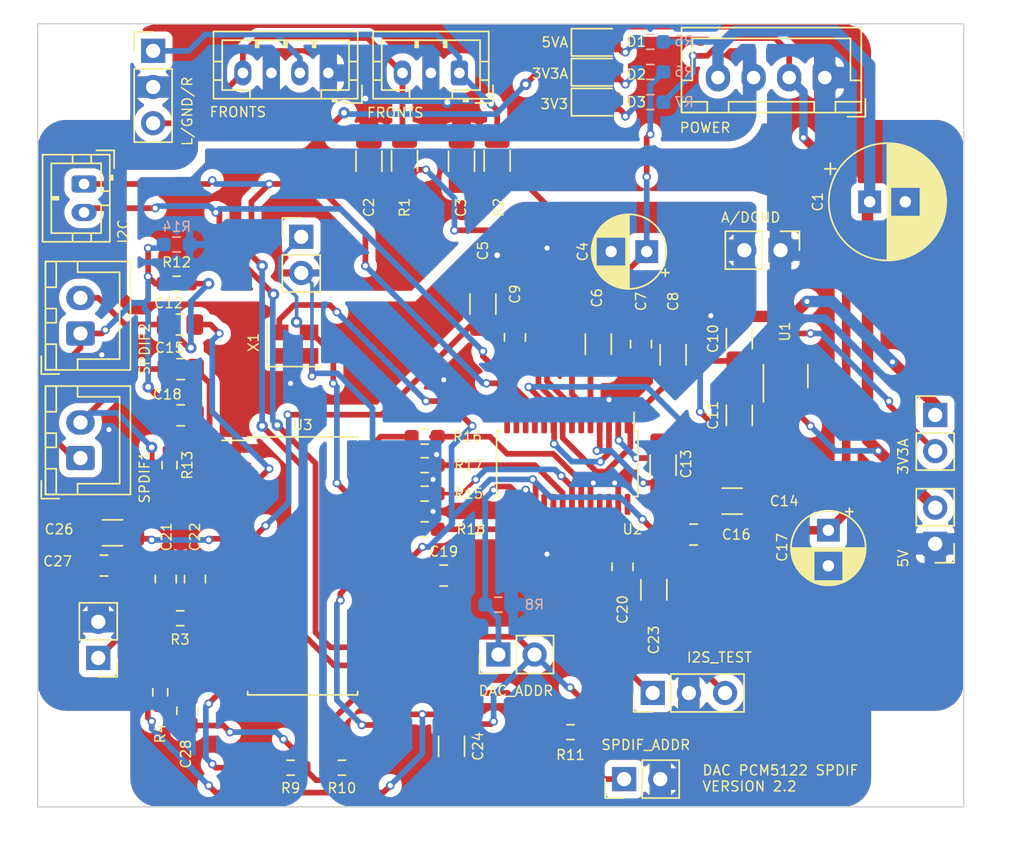
<source format=kicad_pcb>
(kicad_pcb (version 20221018) (generator pcbnew)
  (layers (0 "F.Cu" signal) (31 "B.Cu" signal) (34 "B.Paste" user) (35 "F.Paste" user) (36 "B.SilkS" user "B.Silkscreen") (37 "F.SilkS" user "F.Silkscreen") (38 "B.Mask" user) (39 "F.Mask" user) (44 "Edge.Cuts" user))
  (net 0 "")
  (net 1 "3V3")
  (net 2 "AGND")
  (net 3 "VOUT1")
  (net 4 "LEFT_FRONT")
  (net 5 "VOUT2")
  (net 6 "RIGHT_FRONT")
  (net 7 "Net-(D1-A)")
  (net 8 "Net-(D2-A)")
  (net 9 "GND")
  (net 10 "Net-(U2-VNEG)")
  (net 11 "5V")
  (net 12 "I2S_DATA")
  (net 13 "I2S_BCLK")
  (net 14 "I2S_LRCLK")
  (net 15 "3V3A")
  (net 16 "I2S_SCLK")
  (net 17 "Net-(U2-CAPP)")
  (net 18 "Net-(U2-CAPM)")
  (net 19 "Net-(U2-LDOO)")
  (net 20 "Net-(D3-A)")
  (net 25 "SCL")
  (net 26 "SDA")
  (net 28 "I2C_ADDR")
  (net 29 "Net-(U3-~{RESET})")
  (net 31 "SPDIF_P1")
  (net 32 "SPDIF_P2")
  (net 33 "Net-(U3-RXN)")
  (net 34 "Net-(U3-RXP0)")
  (net 35 "Net-(U3-RXP1)")
  (net 36 "FILT")
  (net 37 "Net-(C21-Pad1)")
  (net 38 "Net-(U3-AD0{slash}~{CS}{slash}NV{slash}RERR)")
  (net 39 "Net-(U3-AD1{slash}CDIN{slash}~{AUDIO})")
  (net 40 "Net-(J11-Pin_1)")
  (net 41 "OMCK")
  (net 43 "GPO0")
  (net 44 "FGND")
  (net 45 "Net-(U3-SDOUT)")
  (net 46 "Net-(U3-OLRCK)")
  (net 47 "Net-(U3-OSCLK)")
  (net 48 "Net-(U3-RMCK)")
  (footprint "LED_SMD:LED_0805_2012Metric_Pad1.15x1.40mm_HandSolder" (layer "F.Cu") (at 77.125 27.9)
    (fp_text reference "D2")
    (fp_text value "YELLOW")
  )
  (footprint "Capacitor_SMD:C_0805_2012Metric_Pad1.18x1.45mm_HandSolder" (layer "F.Cu") (at 47.8375 48.75)
    (fp_text reference "C15")
    (fp_text value "0.01u")
  )
  (footprint "Capacitor_SMD:C_1206_3216Metric_Pad1.33x1.80mm_HandSolder" (layer "F.Cu") (at 81.7 55.5 90)
    (fp_text reference "C13")
    (fp_text value "2.2u")
  )
  (footprint "Resistor_SMD:R_1206_3216Metric_Pad1.30x1.75mm_HandSolder" (layer "F.Cu") (at 70.05 34.12 -90)
    (fp_text reference "R2")
    (fp_text value "470R")
  )
  (footprint "LED_SMD:LED_0805_2012Metric_Pad1.15x1.40mm_HandSolder" (layer "F.Cu") (at 77.125 25.8)
    (fp_text reference "D1")
    (fp_text value "BLUE")
  )
  (footprint "Capacitor_SMD:C_1206_3216Metric_Pad1.33x1.80mm_HandSolder" (layer "F.Cu") (at 81.05 64.25 -90)
    (fp_text reference "C23")
    (fp_text value "10u")
  )
  (footprint "Capacitor_SMD:C_1206_3216Metric_Pad1.33x1.80mm_HandSolder" (layer "F.Cu") (at 86.55 58.025)
    (fp_text reference "C14")
    (fp_text value "10u")
  )
  (footprint "Capacitor_SMD:C_0805_2012Metric_Pad1.18x1.45mm_HandSolder" (layer "F.Cu") (at 71.3 46.525 90)
    (fp_text reference "C9")
    (fp_text value "0.1u")
  )
  (footprint "Capacitor_SMD:C_1206_3216Metric_Pad1.33x1.80mm_HandSolder" (layer "F.Cu") (at 87.05 52 -90)
    (fp_text reference "C11")
    (fp_text value "1u")
  )
  (footprint "Resistor_SMD:R_0603_1608Metric_Pad0.98x0.95mm_HandSolder" (layer "F.Cu") (at 64.9625 53.5)
    (fp_text reference "R16")
    (fp_text value "22R")
  )
  (footprint "Connector_PinHeader_2.54mm:PinHeader_1x03_P2.54mm_Vertical" (layer "F.Cu") (at 80.97 71.5 90)
    (fp_text reference "J13" hide)
    (fp_text value "Conn_01x03_Pin")
  )
  (footprint "Package_SO:TSSOP-28_4.4x9.7mm_P0.65mm" (layer "F.Cu") (at 74.975 55.3875 -90)
    (fp_text reference "U2")
    (fp_text value "PCM5122PW")
  )
  (footprint "Connector_PinHeader_2.54mm:PinHeader_1x02_P2.54mm_Vertical" (layer "F.Cu") (at 56.3 39.46)
    (fp_text reference "J14" hide)
    (fp_text value "Conn_01x02_Pin")
  )
  (footprint "Capacitor_SMD:C_1206_3216Metric_Pad1.33x1.80mm_HandSolder" (layer "F.Cu") (at 67.55 34.15 -90)
    (fp_text reference "C3")
    (fp_text value "2.2n")
  )
  (footprint "Resistor_SMD:R_0603_1608Metric_Pad0.98x0.95mm_HandSolder" (layer "F.Cu") (at 46.4 71.45 90)
    (fp_text reference "R4")
    (fp_text value "100k")
  )
  (footprint "Resistor_SMD:R_0603_1608Metric_Pad0.98x0.95mm_HandSolder" (layer "F.Cu") (at 59.15 76.75 180)
    (fp_text reference "R10")
    (fp_text value "4.7K")
  )
  (footprint "Connector_JST:JST_PH_B3B-PH-K_1x03_P2.00mm_Vertical" (layer "F.Cu") (at 67.4 27.95 180)
    (fp_text reference "J2" hide)
    (fp_text value "Conn_01x03_Pin")
  )
  (footprint "Resistor_SMD:R_0603_1608Metric_Pad0.98x0.95mm_HandSolder" (layer "F.Cu") (at 55.55 76.75 180)
    (fp_text reference "R9")
    (fp_text value "4.7K")
  )
  (footprint "Resistor_SMD:R_1206_3216Metric_Pad1.30x1.75mm_HandSolder" (layer "F.Cu") (at 63.55 34.12 -90)
    (fp_text reference "R1")
    (fp_text value "470R")
  )
  (footprint "Capacitor_SMD:C_1206_3216Metric_Pad1.33x1.80mm_HandSolder" (layer "F.Cu") (at 43.05 60.25)
    (fp_text reference "C26")
    (fp_text value "10u")
  )
  (footprint "Resistor_SMD:R_0603_1608Metric_Pad0.98x0.95mm_HandSolder" (layer "F.Cu") (at 47.05 55.5 90)
    (fp_text reference "R13")
    (fp_text value "75R")
  )
  (footprint "Capacitor_SMD:C_0805_2012Metric_Pad1.18x1.45mm_HandSolder" (layer "F.Cu") (at 48.3 72.75 90)
    (fp_text reference "C28")
    (fp_text value "1u")
  )
  (footprint "Resistor_SMD:R_0603_1608Metric_Pad0.98x0.95mm_HandSolder" (layer "F.Cu") (at 75.2 74.25 180)
    (fp_text reference "R11")
    (fp_text value "4.7K")
  )
  (footprint "Connector_JST:JST_PH_B2B-PH-K_1x02_P2.00mm_Vertical" (layer "F.Cu") (at 41.05 35.75 -90)
    (fp_text reference "J4" hide)
    (fp_text value "Conn_01x02_Male")
  )
  (footprint "Capacitor_SMD:C_1206_3216Metric_Pad1.33x1.80mm_HandSolder" (layer "F.Cu") (at 82.4 47.75 90)
    (fp_text reference "C8")
    (fp_text value "10u")
  )
  (footprint "Package_TO_SOT_SMD:TSOT-23-5" (layer "F.Cu") (at 90.3 49.25 90)
    (fp_text reference "U1")
    (fp_text value "NCV8161")
  )
  (footprint "Capacitor_SMD:C_0805_2012Metric_Pad1.18x1.45mm_HandSolder" (layer "F.Cu") (at 46.7875 63.5 90)
    (fp_text reference "C21")
    (fp_text value "22n")
  )
  (footprint "Capacitor_THT:CP_Radial_D8.0mm_P2.50mm" (layer "F.Cu") (at 96.2 37)
    (fp_text reference "C1")
    (fp_text value " 330u 16V")
  )
  (footprint "Capacitor_SMD:C_0805_2012Metric_Pad1.18x1.45mm_HandSolder" (layer "F.Cu") (at 47.8375 52)
    (fp_text reference "C18")
    (fp_text value "0.01u")
  )
  (footprint "Oscillator:Oscillator_SMD_Abracon_ASE-4Pin_3.2x2.5mm" (layer "F.Cu") (at 55.8 47)
    (fp_text reference "X1")
    (fp_text value "ASE-xxxMHz")
  )
  (footprint "Connector_JST:JST_XH_B2B-XH-A_1x02_P2.50mm_Vertical" (layer "F.Cu") (at 40.8 55 90)
    (fp_text reference "J9" hide)
    (fp_text value "Conn_01x02_Male")
  )
  (footprint "Package_SO:SOIC-28W_7.5x17.9mm_P1.27mm" (layer "F.Cu") (at 56.4 62.575)
    (fp_text reference "U3")
    (fp_text value "CS8416-xZZ")
  )
  (footprint "Connector_PinHeader_2.54mm:PinHeader_1x02_P2.54mm_Vertical" (layer "F.Cu") (at 70.1375 68.8 90)
    (fp_text reference "J10" hide)
    (fp_text value "Conn_01x02_Pin")
  )
  (footprint "Capacitor_SMD:C_0805_2012Metric_Pad1.18x1.45mm_HandSolder" (layer "F.Cu") (at 80.15 47 -90)
    (fp_text reference "C7")
    (fp_text value "0.1u")
  )
  (footprint "Capacitor_THT:CP_Radial_D5.0mm_P2.50mm" (layer "F.Cu") (at 93.3 60.069888 -90)
    (fp_text reference "C17")
    (fp_text value "100u 16V")
  )
  (footprint "Connector_PinHeader_2.54mm:PinHeader_1x03_P2.54mm_Vertical" (layer "F.Cu") (at 45.9 26.4)
    (fp_text reference "J1" hide)
    (fp_text value "Conn_01x03_Male")
  )
  (footprint "Connector_PinHeader_2.54mm:PinHeader_1x02_P2.54mm_Vertical" (layer "F.Cu") (at 89.94 40.4 -90)
    (fp_text reference "J5" hide)
    (fp_text value "Conn_01x02_Pin")
  )
  (footprint "Resistor_SMD:R_0603_1608Metric_Pad0.98x0.95mm_HandSolder" (layer "F.Cu") (at 47.8 66.25)
    (fp_text reference "R3")
    (fp_text value "3K")
  )
  (footprint "Resistor_SMD:R_0603_1608Metric_Pad0.98x0.95mm_HandSolder" (layer "F.Cu") (at 64.9625 57.5)
    (fp_text reference "R15")
    (fp_text value "22R")
  )
  (footprint "Connector_PinHeader_2.54mm:PinHeader_1x02_P2.54mm_Vertical" (layer "F.Cu") (at 78.96 77.55 90)
    (fp_text reference "J11" hide)
    (fp_text value "Conn_01x02_Pin")
  )
  (footprint "MountingHole:MountingHole_3.2mm_M3" (layer "F.Cu") (at 100.3 77)
    (fp_text reference "H4" hide)
    (fp_text value "MountingHole")
  )
  (footprint "Capacitor_SMD:C_1206_3216Metric_Pad1.33x1.80mm_HandSolder" (layer "F.Cu") (at 87.05 46.6125 90)
    (fp_text reference "C10")
    (fp_text value "1u")
  )
  (footprint "Connector_PinHeader_2.54mm:PinHeader_1x02_P2.54mm_Vertical" (layer "F.Cu") (at 42.05 69.04 180)
    (fp_text reference "J15" hide)
    (fp_text value "Conn_01x02_Pin")
  )
  (footprint "Resistor_SMD:R_0603_1608Metric_Pad0.98x0.95mm_HandSolder" (layer "F.Cu") (at 47.55 42.75 180)
    (fp_text reference "R12")
    (fp_text value "75R")
  )
  (footprint "Connector_PinHeader_2.54mm:PinHeader_1x02_P2.54mm_Vertical" (layer "F.Cu") (at 100.8 61.025 180)
    (fp_text reference "J8" hide)
    (fp_text value "Conn_01x02_Pin")
  )
  (footprint "Capacitor_THT:CP_Radial_D5.0mm_P2.50mm" (layer "F.Cu") (at 80.55 40.5 180)
    (fp_text reference "C4")
    (fp_text value "100u 16V")
  )
  (footprint "Capacitor_SMD:C_1206_3216Metric_Pad1.33x1.80mm_HandSolder" (layer "F.Cu") (at 77.15 47 -90)
    (fp_text reference "C6")
    (fp_text value "2.2u")
  )
  (footprint "Capacitor_SMD:C_0805_2012Metric_Pad1.18x1.45mm_HandSolder" (layer "F.Cu") (at 66.3 63.25)
    (fp_text reference "C19")
    (fp_text value "0.1u")
  )
  (footprint "MountingHole:MountingHole_3.2mm_M3" (layer "F.Cu") (at 40.3 27)
    (fp_text reference "H1" hide)
    (fp_text value "MountingHole")
  )
  (footprint "Capacitor_SMD:C_0805_2012Metric_Pad1.18x1.45mm_HandSolder" (layer "F.Cu") (at 42.45 62.55)
    (fp_text reference "C27")
    (fp_text value "0.1u")
  )
  (footprint "Capacitor_SMD:C_1206_3216Metric_Pad1.33x1.80mm_HandSolder" (layer "F.Cu") (at 61.05 34.15 -90)
    (fp_text reference "C2")
    (fp_text value "2.2n")
  )
  (footprint "LED_SMD:LED_0805_2012Metric_Pad1.15x1.40mm_HandSolder" (layer "F.Cu") (at 77.125 30)
    (fp_text reference "D3")
    (fp_text value "YELLOW")
  )
  (footprint "Connector_JST:JST_XH_B2B-XH-A_1x02_P2.50mm_Vertical" (layer "F.Cu") (at 40.8 46.25 90)
    (fp_text reference "J7" hide)
    (fp_text value "Conn_01x02_Male")
  )
  (footprint "Resistor_SMD:R_0603_1608Metric_Pad0.98x0.95mm_HandSolder" (layer "F.Cu") (at 64.9625 60)
    (fp_text reference "R18")
    (fp_text value "22R")
  )
  (footprint "Connector_PinHeader_2.54mm:PinHeader_1x02_P2.54mm_Vertical" (layer "F.Cu") (at 100.8 51.975)
    (fp_text reference "J6" hide)
    (fp_text value "Conn_01x02_Pin")
  )
  (footprint "Connector_JST:JST_XH_B4B-XH-A_1x04_P2.50mm_Vertical" (layer "F.Cu") (at 93.05 28.275 180)
    (fp_text reference "J3" hide)
    (fp_text value "Conn_01x04_Pin")
  )
  (footprint "Capacitor_SMD:C_0805_2012Metric_Pad1.18x1.45mm_HandSolder" (layer "F.Cu") (at 48.8375 63.5 -90)
    (fp_text reference "C22")
    (fp_text value "1n")
  )
  (footprint "Capacitor_SMD:C_1206_3216Metric_Pad1.33x1.80mm_HandSolder" (layer "F.Cu") (at 66.85 75.25 -90)
    (fp_text reference "C24")
    (fp_text value "10u")
  )
  (footprint "MountingHole:MountingHole_3.2mm_M3" (layer "F.Cu") (at 40.3 77)
    (fp_text reference "H3" hide)
    (fp_text value "MountingHole")
  )
  (footprint "Resistor_SMD:R_0603_1608Metric_Pad0.98x0.95mm_HandSolder" (layer "F.Cu") (at 64.9625 55.5)
    (fp_text reference "R17")
    (fp_text value "22R")
  )
  (footprint "Capacitor_SMD:C_1206_3216Metric_Pad1.33x1.80mm_HandSolder" (layer "F.Cu") (at 69.05 44.1875 90)
    (fp_text reference "C5")
    (fp_text value "10u")
  )
  (footprint "Capacitor_SMD:C_0805_2012Metric_Pad1.18x1.45mm_HandSolder" (layer "F.Cu") (at 47.787478 45.620604)
    (fp_text reference "C12")
    (fp_text value "0.01u")
  )
  (footprint "Capacitor_SMD:C_0805_2012Metric_Pad1.18x1.45mm_HandSolder" (layer "F.Cu") (at 78.85 62.6375 -90)
    (fp_text reference "C20")
    (fp_text value "0.1u")
  )
  (footprint "MountingHole:MountingHole_3.2mm_M3" (layer "F.Cu") (at 100.3 27)
    (fp_text reference "H2" hide)
    (fp_text value "MountingHole")
  )
  (footprint "Connector_JST:JST_PH_B4B-PH-K_1x04_P2.00mm_Vertical" (layer "F.Cu") (at 58.2 27.95 180)
    (fp_text reference "J12" hide)
    (fp_text value "Conn_01x04_Pin")
  )
  (footprint "Capacitor_SMD:C_0805_2012Metric_Pad1.18x1.45mm_HandSolder" (layer "F.Cu") (at 83.8375 60.375 180)
    (fp_text reference "C16")
    (fp_text value "0.1u")
  )
  (footprint "Resistor_SMD:R_0603_1608Metric_Pad0.98x0.95mm_HandSolder" (layer "B.Cu") (at 70.1225 65.3)
    (fp_text reference "R8")
    (fp_text value "4.7K")
  )
  (footprint "Resistor_SMD:R_0603_1608Metric_Pad0.98x0.95mm_HandSolder" (layer "B.Cu") (at 80.8 30 180)
    (fp_text reference "R7")
    (fp_text value "430R")
  )
  (footprint "Resistor_SMD:R_0603_1608Metric_Pad0.98x0.95mm_HandSolder" (layer "B.Cu") (at 80.8 27.8825 180)
    (fp_text reference "R6")
    (fp_text value "430R")
  )
  (footprint "Resistor_SMD:R_0603_1608Metric_Pad0.98x0.95mm_HandSolder" (layer "B.Cu") (at 80.8 25.765 180)
    (fp_text reference "R5")
    (fp_text value "1K")
  )
  (footprint "Resistor_SMD:R_0603_1608Metric_Pad0.98x0.95mm_HandSolder" (layer "B.Cu") (at 47.55 40)
    (fp_text reference "R14")
    (fp_text value "FERRITE")
  )
  (gr_line (start 102.8 24.5) (end 102.8 79.5) (stroke (width 0.1)) (layer "Edge.Cuts"))
  (gr_line (start 37.8 24.5) (end 102.8 24.5) (stroke (width 0.1)) (layer "Edge.Cuts"))
  (gr_line (start 102.8 79.5) (end 37.8 79.5) (stroke (width 0.1)) (layer "Edge.Cuts"))
  (gr_line (start 37.8 79.5) (end 37.8 24.5) (stroke (width 0.1)) (layer "Edge.Cuts"))
  (gr_text "FRONTS" (at 49.8 30.7) (layer "F.SilkS") (effects (font (size 0.7 0.7) (thickness 0.1)) (justify left)))
  (gr_text "5V" (at 98.55 62.75 90) (layer "F.SilkS") (effects (font (size 0.7 0.7) (thickness 0.1)) (justify left)))
  (gr_text "5VA" (at 73.1 25.8) (layer "F.SilkS") (effects (font (size 0.7 0.7) (thickness 0.1)) (justify left)))
  (gr_text "POWER" (at 82.8 31.8) (layer "F.SilkS") (effects (font (size 0.7 0.7) (thickness 0.1)) (justify left)))
  (gr_text "3V3A" (at 72.433333 28) (layer "F.SilkS") (effects (font (size 0.7 0.7) (thickness 0.1)) (justify left)))
  (gr_text "I2C\n" (at 43.8 40 90) (layer "F.SilkS") (effects (font (size 0.7 0.7) (thickness 0.1)) (justify left)))
  (gr_text "FRONTS" (at 60.85 30.75) (layer "F.SilkS") (effects (font (size 0.7 0.7) (thickness 0.1)) (justify left)))
  (gr_text "DAC PCM5122 SPDIF\nVERSION 2.2" (at 84.4 77.5) (layer "F.SilkS") (effects (font (size 0.7 0.7) (thickness 0.1)) (justify left)))
  (gr_text "SPDIF_ADDR" (at 77.3 75.15) (layer "F.SilkS") (effects (font (size 0.7 0.7) (thickness 0.1)) (justify left)))
  (gr_text "L/GND/R" (at 48.3 33.14 90) (layer "F.SilkS") (effects (font (size 0.7 0.7) (thickness 0.1)) (justify left)))
  (gr_text "I2S_TEST" (at 83.3 69) (layer "F.SilkS") (effects (font (size 0.7 0.7) (thickness 0.1)) (justify left)))
  (gr_text "SPDIF2" (at 45.3 49.25 90) (layer "F.SilkS") (effects (font (size 0.7 0.7) (thickness 0.1)) (justify left)))
  (gr_text "A/DGND" (at 85.7 38.1) (layer "F.SilkS") (effects (font (size 0.7 0.7) (thickness 0.1)) (justify left)))
  (gr_text "3V3A" (at 98.55 56.225 90) (layer "F.SilkS") (effects (font (size 0.7 0.7) (thickness 0.1)) (justify left)))
  (gr_text "3V3" (at 73.033333 30.135) (layer "F.SilkS") (effects (font (size 0.7 0.7) (thickness 0.1)) (justify left)))
  (gr_text "DAC_ADDR" (at 68.6875 71.35) (layer "F.SilkS") (effects (font (size 0.7 0.7) (thickness 0.1)) (justify left)))
  (gr_text "SPDIF1" (at 45.3 58.25 90) (layer "F.SilkS") (effects (font (size 0.7 0.7) (thickness 0.1)) (justify left)))
  (segment (start 83.8 26.75) (end 84.8 26.75) (width 0.4) (layer "F.Cu") (net 1))
  (segment (start 54.75 45.3) (end 55.8 44.25) (width 0.4) (layer "F.Cu") (net 1))
  (segment (start 45.525 73.225) (end 45.8 73.5) (width 0.4) (layer "F.Cu") (net 1))
  (segment (start 62.15 73) (end 64.8 73) (width 0.4) (layer "F.Cu") (net 1))
  (segment (start 76.6 58.25) (end 76.6 56.95) (width 0.4) (layer "F.Cu") (net 1))
  (segment (start 58.3 44.25) (end 58.8 44.75) (width 0.4) (layer "F.Cu") (net 1))
  (segment (start 72.7 58.25) (end 72.75 58.2) (width 0.4) (layer "F.Cu") (net 1))
  (segment (start 86.05 25.5) (end 89.55 25.5) (width 0.4) (layer "F.Cu") (net 1))
  (segment (start 66.3375 67.55) (end 71.4275 67.55) (width 0.4) (layer "F.Cu") (net 1))
  (segment (start 76.1125 72.0625) (end 75.175 71.125) (width 0.4) (layer "F.Cu") (net 1))
  (segment (start 82.8 60.375) (end 81.325 60.375) (width 0.4) (layer "F.Cu") (net 1))
  (segment (start 87.032388 60.069888) (end 84.9875 58.025) (width 0.6) (layer "F.Cu") (net 1))
  (segment (start 59.3 64.25) (end 59.3 61.395) (width 0.4) (layer "F.Cu") (net 1))
  (segment (start 45.525 71.4125) (end 45.525 73.225) (width 0.4) (layer "F.Cu") (net 1))
  (segment (start 65.2625 66.475) (end 66.3375 67.55) (width 0.4) (layer "F.Cu") (net 1))
  (segment (start 80.25 59.3) (end 79.2 58.25) (width 0.4) (layer "F.Cu") (net 1))
  (segment (start 62.6825 60.67) (end 61.05 60.67) (width 0.4) (layer "F.Cu") (net 1))
  (segment (start 84.8 26.75) (end 86.05 25.5) (width 0.4) (layer "F.Cu") (net 1))
  (segment (start 64.03125 62.01875) (end 62.6825 60.67) (width 0.4) (layer "F.Cu") (net 1))
  (segment (start 66.1625 73) (end 66.85 73.6875) (width 0.4) (layer "F.Cu") (net 1))
  (segment (start 50.3 78.5) (end 49.8 78) (width 0.4) (layer "F.Cu") (net 1))
  (segment (start 84.9875 58.1875) (end 82.8 60.375) (width 0.6) (layer "F.Cu") (net 1))
  (segment (start 62.05 78.5) (end 50.3 78.5) (width 0.4) (layer "F.Cu") (net 1))
  (segment (start 72.75 58.2) (end 72.75 56.7) (width 0.4) (layer "F.Cu") (net 1))
  (segment (start 94.55 35.5) (end 91.55 32.5) (width 0.6) (layer "F.Cu") (net 1))
  (segment (start 59.3 61.395) (end 60.025 60.67) (width 0.4) (layer "F.Cu") (net 1))
  (segment (start 81.325 60.375) (end 80.25 59.3) (width 0.4) (layer "F.Cu") (net 1))
  (segment (start 65.2625 63.25) (end 65.2625 66.475) (width 0.4) (layer "F.Cu") (net 1))
  (segment (start 59.3 64.25) (end 59.05 64.5) (width 0.4) (layer "F.Cu") (net 1))
  (segment (start 72.75 56.7) (end 72.55 56.5) (width 0.4) (layer "F.Cu") (net 1))
  (segment (start 55.8 44.25) (end 58.3 44.25) (width 0.4) (layer "F.Cu") (net 1))
  (segment (start 65.2625 63.25) (end 64.03125 62.01875) (width 0.4) (layer "F.Cu") (net 1))
  (segment (start 94.55 58.819888) (end 94.55 35.5) (width 0.6) (layer "F.Cu") (net 1))
  (segment (start 60.55 73.75) (end 61.4 73.75) (width 0.4) (layer "F.Cu") (net 1))
  (segment (start 76.1125 74.25) (end 76.1125 72.0625) (width 0.4) (layer "F.Cu") (net 1))
  (segment (start 62.05 78.5) (end 62.55 78) (width 0.4) (layer "F.Cu") (net 1))
  (segment (start 93.3 60.069888) (end 87.032388 60.069888) (width 0.6) (layer "F.Cu") (net 1))
  (segment (start 69.6125 73.6875) (end 69.8 73.5) (width 0.4) (layer "F.Cu") (net 1))
  (segment (start 60.34 63.21) (end 59.3 64.25) (width 0.4) (layer "F.Cu") (net 1))
  (segment (start 64.8 61.25) (end 64.03125 62.01875) (width 0.4) (layer "F.Cu") (net 1))
  (segment (start 61.4 73.75) (end 62.15 73) (width 0.4) (layer "F.Cu") (net 1))
  (segment (start 65.05 51) (end 66.55 51) (width 0.4) (layer "F.Cu") (net 1))
  (segment (start 66.85 73.6875) (end 69.6125 73.6875) (width 0.4) (layer "F.Cu") (net 1))
  (segment (start 46.4 70.5375) (end 45.525 71.4125) (width 0.4) (layer "F.Cu") (net 1))
  (segment (start 64.8 73) (end 66.1625 73) (width 0.4) (layer "F.Cu") (net 1))
  (segment (start 54.75 46.175) (end 54.75 45.3) (width 0.4) (layer "F.Cu") (net 1))
  (segment (start 76.6 56.95) (end 76.8 56.75) (width 0.4) (layer "F.Cu") (net 1))
  (segment (start 66.55 51) (end 68.3 52.75) (width 0.4) (layer "F.Cu") (net 1))
  (segment (start 89.55 25.5) (end 90.55 26.5) (width 0.4) (layer "F.Cu") (net 1))
  (segment (start 71.4275 67.55) (end 72.6775 68.8) (width 0.4) (layer "F.Cu") (net 1))
  (segment (start 60.025 60.67) (end 61.05 60.67) (width 0.4) (layer "F.Cu") (net 1))
  (segment (start 90.55 26.5) (end 90.55 28.275) (width 0.4) (layer "F.Cu") (net 1))
  (segment (start 93.3 60.069888) (end 94.55 58.819888) (width 0.6) (layer "F.Cu") (net 1))
  (segment (start 59.05 64.5) (end 59.05 65) (width 0.4) (layer "F.Cu") (net 1))
  (via (at 76.8 56.75) (size 0.6) (drill 0.35) (layers "F.Cu" "B.Cu") (net 1))
  (via (at 45.8 73.5) (size 0.6) (drill 0.35) (layers "F.Cu" "B.Cu") (net 1))
  (via (at 64.8 61.25) (size 0.6) (drill 0.35) (layers "F.Cu" "B.Cu") (net 1))
  (via (at 65.05 51) (size 0.6) (drill 0.35) (layers "F.Cu" "B.Cu") (net 1))
  (via (at 69.8 73.5) (size 0.6) (drill 0.35) (layers "F.Cu" "B.Cu") (net 1))
  (via (at 58.8 44.75) (size 0.6) (drill 0.35) (layers "F.Cu" "B.Cu") (net 1))
  (via (at 64.8 73) (size 0.6) (drill 0.35) (layers "F.Cu" "B.Cu") (net 1))
  (via (at 75.175 71.125) (size 0.6) (drill 0.35) (layers "F.Cu" "B.Cu") (net 1))
  (via (at 80.25 59.3) (size 0.6) (drill 0.35) (layers "F.Cu" "B.Cu") (net 1))
  (via (at 83.8 26.75) (size 0.6) (drill 0.35) (layers "F.Cu" "B.Cu") (net 1))
  (via (at 60.55 73.75) (size 0.6) (drill 0.35) (layers "F.Cu" "B.Cu") (net 1))
  (via (at 91.55 32.5) (size 0.6) (drill 0.35) (layers "F.Cu" "B.Cu") (net 1))
  (via (at 59.05 65) (size 0.6) (drill 0.35) (layers "F.Cu" "B.Cu") (net 1))
  (via (at 62.55 78) (size 0.6) (drill 0.35) (layers "F.Cu" "B.Cu") (net 1))
  (via (at 49.8 78) (size 0.6) (drill 0.35) (layers "F.Cu" "B.Cu") (net 1))
  (via (at 72.55 56.5) (size 0.6) (drill 0.35) (layers "F.Cu" "B.Cu") (net 1))
  (via (at 68.3 52.75) (size 0.6) (drill 0.35) (layers "F.Cu" "B.Cu") (net 1))
  (segment (start 66.85 54.2) (end 66.85 59.55) (width 0.4) (layer "B.Cu") (net 1))
  (segment (start 91.55 32.5) (end 91.55 29.275) (width 0.6) (layer "B.Cu") (net 1))
  (segment (start 66.85 59.55) (end 66.901369 59.601369) (width 0.4) (layer "B.Cu") (net 1))
  (segment (start 62.55 78) (end 64.8 75.75) (width 0.4) (layer "B.Cu") (net 1))
  (segment (start 58.8 72) (end 58.8 65.25) (width 0.4) (layer "B.Cu") (net 1))
  (segment (start 69.8 73.5) (end 69.8 71.6775) (width 0.4) (layer "B.Cu") (net 1))
  (segment (start 72.6775 68.8) (end 75.0025 71.125) (width 0.4) (layer "B.Cu") (net 1))
  (segment (start 58.8 44.75) (end 65.05 51) (width 0.4) (layer "B.Cu") (net 1))
  (segment (start 45.8 74) (end 45.8 73.5) (width 0.4) (layer "B.Cu") (net 1))
  (segment (start 64.8 75.75) (end 64.8 73) (width 0.4) (layer "B.Cu") (net 1))
  (segment (start 72.55 56.5) (end 69.56005 56.5) (width 0.4) (layer "B.Cu") (net 1))
  (segment (start 81.7125 30) (end 83.8 27.9125) (width 0.4) (layer "B.Cu") (net 1))
  (segment (start 83.8 27.9125) (end 83.8 26.75) (width 0.4) (layer "B.Cu") (net 1))
  (segment (start 68.3 52.75) (end 66.85 54.2) (width 0.4) (layer "B.Cu") (net 1))
  (segment (start 65.252737 61.25) (end 64.8 61.25) (width 0.4) (layer "B.Cu") (net 1))
  (segment (start 60.55 73.75) (end 58.8 72) (width 0.4) (layer "B.Cu") (net 1))
  (segment (start 91.55 29.275) (end 90.55 28.275) (width 0.6) (layer "B.Cu") (net 1))
  (segment (start 66.901369 59.601369) (end 65.252737 61.25) (width 0.4) (layer "B.Cu") (net 1))
  (segment (start 49.8 78) (end 45.8 74) (width 0.4) (layer "B.Cu") (net 1))
  (segment (start 72.55 56.5) (end 73.8 57.75) (width 0.4) (layer "B.Cu") (net 1))
  (segment (start 73.8 57.75) (end 78.7 57.75) (width 0.4) (layer "B.Cu") (net 1))
  (segment (start 69.8 71.6775) (end 72.6775 68.8) (width 0.4) (layer "B.Cu") (net 1))
  (segment (start 75.0025 71.125) (end 75.175 71.125) (width 0.4) (layer "B.Cu") (net 1))
  (segment (start 58.8 65.25) (end 59.05 65) (width 0.4) (layer "B.Cu") (net 1))
  (segment (start 69.56005 56.5) (end 66.901369 59.158681) (width 0.4) (layer "B.Cu") (net 1))
  (segment (start 66.901369 59.158681) (end 66.901369 59.601369) (width 0.4) (layer "B.Cu") (net 1))
  (segment (start 78.7 57.75) (end 80.25 59.3) (width 0.4) (layer "B.Cu") (net 1))
  (segment (start 77.9 54.65) (end 77.3 55.25) (width 0.4) (layer "F.Cu") (net 2))
  (segment (start 90.3 51.05) (end 87.7875 53.5625) (width 0.4) (layer "F.Cu") (net 2))
  (segment (start 100.8 51.25) (end 97.8 48.25) (width 0.8) (layer "F.Cu") (net 2))
  (segment (start 67.55 31) (end 66.55 30) (width 0.4) (layer "F.Cu") (net 2))
  (segment (start 77.9 52.525) (end 77.9 54.65) (width 0.4) (layer "F.Cu") (net 2))
  (segment (start 87.05 45.05) (end 90.75 45.05) (width 0.8) (layer "F.Cu") (net 2))
  (segment (start 74.05 52.575) (end 74 52.525) (width 0.4) (layer "F.Cu") (net 2))
  (segment (start 67.55 32.5875) (end 67.55 31) (width 0.4) (layer "F.Cu") (net 2))
  (segment (start 100.8 51.975) (end 100.8 51.25) (width 0.8) (layer "F.Cu") (net 2))
  (segment (start 61.05 32.5875) (end 61.05 30) (width 0.4) (layer "F.Cu") (net 2))
  (segment (start 90.3 50.3875) (end 90.3 51.05) (width 0.4) (layer "F.Cu") (net 2))
  (segment (start 77.9 52.525) (end 77.9 50.9) (width 0.4) (layer "F.Cu") (net 2))
  (segment (start 85.05 45) (end 87 45) (width 0.4) (layer "F.Cu") (net 2))
  (segment (start 87.7875 53.5625) (end 87.05 53.5625) (width 0.4) (layer "F.Cu") (net 2))
  (segment (start 87.05 53.5625) (end 86.1125 53.5625) (width 0.4) (layer "F.Cu") (net 2))
  (segment (start 74.05 54) (end 74.05 52.575) (width 0.4) (layer "F.Cu") (net 2))
  (segment (start 90.75 45.05) (end 91.8 44) (width 0.8) (layer "F.Cu") (net 2))
  (segment (start 78.05 50.75) (end 77.9 50.9) (width 0.4) (layer "F.Cu") (net 2))
  (segment (start 61.05 30) (end 60.8 29.75) (width 0.4) (layer "F.Cu") (net 2))
  (segment (start 86.1125 53.5625) (end 84.3 51.75) (width 0.4) (layer "F.Cu") (net 2))
  (via (at 66.3 49.5) (size 0.6) (drill 0.35) (layers "F.Cu" "B.Cu") (net 2))
  (via (at 77.9 50.9) (size 0.6) (drill 0.35) (layers "F.Cu" "B.Cu") (net 2))
  (via (at 97.8 48.25) (size 0.6) (drill 0.35) (layers "F.Cu" "B.Cu") (net 2))
  (via (at 55.55 49.75) (size 0.6) (drill 0.35) (layers "F.Cu" "B.Cu") (net 2))
  (via (at 42.8 53) (size 0.6) (drill 0.35) (layers "F.Cu" "B.Cu") (net 2))
  (via (at 74.05 54) (size 0.6) (drill 0.35) (layers "F.Cu" "B.Cu") (net 2))
  (via (at 42.3 47.75) (size 0.6) (drill 0.35) (layers "F.Cu" "B.Cu") (net 2))
  (via (at 91.8 44) (size 0.6) (drill 0.35) (layers "F.Cu" "B.Cu") (net 2))
  (via (at 66.55 30) (size 0.8) (drill 0.4) (layers "F.Cu" "B.Cu") (net 2))
  (via (at 84.3 51.75) (size 0.6) (drill 0.35) (layers "F.Cu" "B.Cu") (net 2))
  (via (at 85.05 45) (size 0.6) (drill 0.35) (layers "F.Cu" "B.Cu") (net 2))
  (via (at 70.05 40.75) (size 0.8) (drill 0.4) (layers "F.Cu" "B.Cu") (net 2))
  (via (at 77.3 55.25) (size 0.6) (drill 0.35) (layers "F.Cu" "B.Cu") (net 2))
  (via (at 73.55 40.25) (size 0.6) (drill 0.35) (layers "F.Cu" "B.Cu") (net 2))
  (via (at 60.8 29.75) (size 0.8) (drill 0.4) (layers "F.Cu" "B.Cu") (net 2))
  (segment (start 77.3 55.25) (end 75.3 55.25) (width 0.4) (layer "B.Cu") (net 2))
  (segment (start 93.55 44) (end 91.8 44) (width 0.8) (layer "B.Cu") (net 2))
  (segment (start 97.8 48.25) (end 93.55 44) (width 0.8) (layer "B.Cu") (net 2))
  (segment (start 70.55 40.25) (end 70.05 40.75) (width 0.4) (layer "B.Cu") (net 2))
  (segment (start 84.3 51.75) (end 84.3 45.75) (width 0.4) (layer "B.Cu") (net 2))
  (segment (start 75.3 55.25) (end 74.05 54) (width 0.4) (layer "B.Cu") (net 2))
  (segment (start 84.3 45.75) (end 85.05 45) (width 0.4) (layer "B.Cu") (net 2))
  (segment (start 73.55 40.25) (end 70.55 40.25) (width 0.4) (layer "B.Cu") (net 2))
  (segment (start 75.3 39) (end 75.3 50.5) (width 0.4) (layer "F.Cu") (net 3))
  (segment (start 75.3 50.5) (end 75.95 51.15) (width 0.4) (layer "F.Cu") (net 3))
  (segment (start 70.05 35.67) (end 71.97 35.67) (width 0.4) (layer "F.Cu") (net 3))
  (segment (start 75.95 51.15) (end 75.95 52.525) (width 0.4) (layer "F.Cu") (net 3))
  (segment (start 71.97 35.67) (end 75.3 39) (width 0.4) (layer "F.Cu") (net 3))
  (segment (start 67.55 35.7125) (end 70.0075 35.7125) (width 0.4) (layer "F.Cu") (net 3))
  (segment (start 70.05 30.565605) (end 69.625 30.140605) (width 0.4) (layer "F.Cu") (net 4))
  (segment (start 70.05 32.57) (end 70.05 30.565605) (width 0.4) (layer "F.Cu") (net 4))
  (via (at 69.625 30.140605) (size 0.6) (drill 0.35) (layers "F.Cu" "B.Cu") (net 4))
  (segment (start 54.55 25.25) (end 65.8 25.25) (width 0.4) (layer "B.Cu") (net 4))
  (segment (start 49.55 25.25) (end 48.4 26.4) (width 0.4) (layer "B.Cu") (net 4))
  (segment (start 56.2 26.9) (end 54.55 25.25) (width 0.4) (layer "B.Cu") (net 4))
  (segment (start 56.2 27.95) (end 56.2 26.9) (width 0.4) (layer "B.Cu") (net 4))
  (segment (start 67.4 27.95) (end 69.590605 30.140605) (width 0.4) (layer "B.Cu") (net 4))
  (segment (start 67.4 26.85) (end 67.4 27.95) (width 0.4) (layer "B.Cu") (net 4))
  (segment (start 69.590605 30.140605) (end 69.625 30.140605) (width 0.4) (layer "B.Cu") (net 4))
  (segment (start 48.4 26.4) (end 45.9 26.4) (width 0.4) (layer "B.Cu") (net 4))
  (segment (start 65.8 25.25) (end 67.4 26.85) (width 0.4) (layer "B.Cu") (net 4))
  (segment (start 54.55 25.25) (end 49.55 25.25) (width 0.4) (layer "B.Cu") (net 4))
  (segment (start 64.47 34.75) (end 63.55 35.67) (width 0.4) (layer "F.Cu") (net 5))
  (segment (start 75.3 51.348528) (end 73.55 49.598528) (width 0.4) (layer "F.Cu") (net 5))
  (segment (start 61.05 35.7125) (end 63.5075 35.7125) (width 0.4) (layer "F.Cu") (net 5))
  (segment (start 73.55 49.598528) (end 73.55 42.25) (width 0.4) (layer "F.Cu") (net 5))
  (segment (start 75.3 52.525) (end 75.3 51.348528) (width 0.4) (layer "F.Cu") (net 5))
  (segment (start 65.05 34.75) (end 64.47 34.75) (width 0.4) (layer "F.Cu") (net 5))
  (segment (start 70.3 39) (end 67.05 39) (width 0.4) (layer "F.Cu") (net 5))
  (segment (start 73.55 42.25) (end 70.3 39) (width 0.4) (layer "F.Cu") (net 5))
  (via (at 65.05 34.75) (size 0.6) (drill 0.35) (layers "F.Cu" "B.Cu") (net 5))
  (via (at 67.05 39) (size 0.6) (drill 0.35) (layers "F.Cu" "B.Cu") (net 5))
  (segment (start 67.05 36.75) (end 65.05 34.75) (width 0.4) (layer "B.Cu") (net 5))
  (segment (start 67.05 39) (end 67.05 36.75) (width 0.4) (layer "B.Cu") (net 5))
  (segment (start 63.4 27.95) (end 60.95 25.5) (width 0.4) (layer "F.Cu") (net 6))
  (segment (start 45.9 31.48) (end 48.67 31.48) (width 0.4) (layer "F.Cu") (net 6))
  (segment (start 53.3 25.5) (end 52.2 26.6) (width 0.4) (layer "F.Cu") (net 6))
  (segment (start 60.95 25.5) (end 53.3 25.5) (width 0.4) (layer "F.Cu") (net 6))
  (segment (start 48.67 31.48) (end 52.2 27.95) (width 0.4) (layer "F.Cu") (net 6))
  (segment (start 52.2 26.6) (end 52.2 27.95) (width 0.4) (layer "F.Cu") (net 6))
  (segment (start 63.4 27.95) (end 63.4 32.42) (width 0.4) (layer "F.Cu") (net 6))
  (segment (start 79.05 26.5) (end 78.85 26.5) (width 0.4) (layer "F.Cu") (net 7))
  (segment (start 78.85 26.5) (end 78.15 25.8) (width 0.4) (layer "F.Cu") (net 7))
  (via (at 79.05 26.5) (size 0.6) (drill 0.35) (layers "F.Cu" "B.Cu") (net 7))
  (segment (start 79.785 25.765) (end 79.05 26.5) (width 0.4) (layer "B.Cu") (net 7))
  (segment (start 79.05 28.75) (end 79 28.75) (width 0.4) (layer "F.Cu") (net 8))
  (segment (start 79 28.75) (end 78.15 27.9) (width 0.4) (layer "F.Cu") (net 8))
  (via (at 79.05 28.75) (size 0.6) (drill 0.35) (layers "F.Cu" "B.Cu") (net 8))
  (segment (start 79.8875 27.9125) (end 79.05 28.75) (width 0.4) (layer "B.Cu") (net 8))
  (segment (start 48.3 73.7875) (end 50.8375 73.7875) (width 0.4) (layer "F.Cu") (net 9))
  (segment (start 76.1 25.8) (end 76.1 27.9) (width 0.4) (layer "F.Cu") (net 9))
  (segment (start 57.05 48.025) (end 57.05 49.25) (width 0.4) (layer "F.Cu") (net 9))
  (segment (start 78.55 58.25) (end 78.55 57) (width 0.4) (layer "F.Cu") (net 9))
  (segment (start 56.4625 76.75) (end 56.4625 76.1625) (width 0.4) (layer "F.Cu") (net 9))
  (segment (start 93.05 27) (end 93.05 28.275) (width 0.4) (layer "F.Cu") (net 9))
  (segment (start 55.55 34.5) (end 59.3 30.75) (width 0.4) (layer "F.Cu") (net 9))
  (segment (start 72.268608 50.014192) (end 72.268608 50.007386) (width 0.4) (layer "F.Cu") (net 9))
  (segment (start 73.35 52.525) (end 73.35 51.095584) (width 0.4) (layer "F.Cu") (net 9))
  (segment (start 72.05 28.75) (end 72.9 27.9) (width 0.4) (layer "F.Cu") (net 9))
  (segment (start 56.4625 76.75) (end 57.3375 77.625) (width 0.4) (layer "F.Cu") (net 9))
  (segment (start 59.1875 77.625) (end 60.0625 76.75) (width 0.4) (layer "F.Cu") (net 9))
  (segment (start 56.4625 76.1625) (end 55.05 74.75) (width 0.4) (layer "F.Cu") (net 9))
  (segment (start 76.1 25.8) (end 77.2 24.7) (width 0.4) (layer "F.Cu") (net 9))
  (segment (start 57.3375 77.625) (end 59.1875 77.625) (width 0.4) (layer "F.Cu") (net 9))
  (segment (start 72.9 27.9) (end 76.1 27.9) (width 0.4) (layer "F.Cu") (net 9))
  (segment (start 77.2 24.7) (end 90.75 24.7) (width 0.4) (layer "F.Cu") (net 9))
  (segment (start 76.1 30) (end 76.1 27.9) (width 0.4) (layer "F.Cu") (net 9))
  (segment (start 90.75 24.7) (end 93.05 27) (width 0.4) (layer "F.Cu") (net 9))
  (segment (start 72.05 58.25) (end 72.05 57.234616) (width 0.4) (layer "F.Cu") (net 9))
  (segment (start 73.35 51.095584) (end 72.268608 50.014192) (width 0.4) (layer "F.Cu") (net 9))
  (segment (start 50.8375 73.7875) (end 51.3 74.25) (width 0.4) (layer "F.Cu") (net 9))
  (segment (start 78.55 57) (end 78.3 56.75) (width 0.4) (layer "F.Cu") (net 9))
  (via (at 57.05 49.25) (size 0.6) (drill 0.35) (layers "F.Cu" "B.Cu") (net 9))
  (via (at 59.3 30.75) (size 0.8) (drill 0.4) (layers "F.Cu" "B.Cu") (net 9))
  (via (at 65.55 56.5) (size 0.6) (drill 0.35) (layers "F.Cu" "B.Cu") (net 9))
  (via (at 73.55 61.75) (size 0.6) (drill 0.35) (layers "F.Cu" "B.Cu") (net 9))
  (via (at 72.268608 50.007386) (size 0.6) (drill 0.35) (layers "F.Cu" "B.Cu") (net 9))
  (via (at 72.05 28.75) (size 0.8) (drill 0.4) (layers "F.Cu" "B.Cu") (net 9))
  (via (at 65.55 58.75) (size 0.6) (drill 0.35) (layers "F.Cu" "B.Cu") (net 9))
  (via (at 78.3 56.75) (size 0.6) (drill 0.35) (layers "F.Cu" "B.Cu") (net 9))
  (via (at 51.3 74.25) (size 0.6) (drill 0.35) (layers "F.Cu" "B.Cu") (net 9))
  (via (at 55.05 74.75) (size 0.6) (drill 0.35) (layers "F.Cu" "B.Cu") (net 9))
  (via (at 72.05 57.234616) (size 0.6) (drill 0.35) (layers "F.Cu" "B.Cu") (net 9))
  (via (at 65.8 54.75) (size 0.6) (drill 0.35) (layers "F.Cu" "B.Cu") (net 9))
  (segment (start 80.55 50) (end 72.275994 50) (width 0.4) (layer "B.Cu") (net 9))
  (segment (start 69.959395 30.840605) (end 72.05 28.75) (width 0.4) (layer "B.Cu") (net 9))
  (segment (start 57.05 42.75) (end 57.05 49.25) (width 0.25) (layer "B.Cu") (net 9))
  (segment (start 59.390605 30.840605) (end 69.959395 30.840605) (width 0.4) (layer "B.Cu") (net 9))
  (segment (start 83.05 52.5) (end 80.55 50) (width 0.4) (layer "B.Cu") (net 9))
  (segment (start 54.55 74.25) (end 51.3 74.25) (width 0.4) (layer "B.Cu") (net 9))
  (segment (start 59.3 30.75) (end 59.390605 30.840605) (width 0.4) (layer "B.Cu") (net 9))
  (segment (start 72.275994 50) (end 72.268608 50.007386) (width 0.4) (layer "B.Cu") (net 9))
  (segment (start 56.3 42) (end 57.05 42.75) (width 0.25) (layer "B.Cu") (net 9))
  (segment (start 57.05 49.25) (end 57.25 49.05) (width 0.4) (layer "B.Cu") (net 9))
  (segment (start 55.05 74.75) (end 54.55 74.25) (width 0.4) (layer "B.Cu") (net 9))
  (segment (start 57.25 49.05) (end 58.83995 49.05) (width 0.4) (layer "B.Cu") (net 9))
  (segment (start 58.83995 49.05) (end 61.3 51.51005) (width 0.4) (layer "B.Cu") (net 9))
  (segment (start 61.3 51.51005) (end 61.3 54.25) (width 0.4) (layer "B.Cu") (net 9))
  (segment (start 76.6 48.6125) (end 76.6 52.525) (width 0.4) (layer "F.Cu") (net 10))
  (segment (start 77.15 48.0625) (end 76.6 48.6125) (width 0.4) (layer "F.Cu") (net 10))
  (segment (start 100.8 58.485) (end 96.05 53.735) (width 0.8) (layer "F.Cu") (net 11))
  (segment (start 96.05 53.735) (end 96.05 37.15) (width 0.8) (layer "F.Cu") (net 11))
  (segment (start 91.25 49.725) (end 90.775 49.25) (width 0.4) (layer "F.Cu") (net 11))
  (segment (start 91.25 51.95) (end 92.05 52.75) (width 0.4) (layer "F.Cu") (net 11))
  (segment (start 88.2375 49.25) (end 87.05 50.4375) (width 0.4) (layer "F.Cu") (net 11))
  (segment (start 91.25 50.3875) (end 91.25 49.725) (width 0.4) (layer "F.Cu") (net 11))
  (segment (start 89.35 50.3875) (end 87.1 50.3875) (width 0.4) (layer "F.Cu") (net 11))
  (segment (start 90.775 49.25) (end 88.2375 49.25) (width 0.4) (layer "F.Cu") (net 11))
  (segment (start 91.25 50.3875) (end 91.25 51.95) (width 0.4) (layer "F.Cu") (net 11))
  (via (at 96.8075 54.4925) (size 0.6) (drill 0.35) (layers "F.Cu" "B.Cu") (net 11))
  (via (at 92.05 52.75) (size 0.6) (drill 0.35) (layers "F.Cu" "B.Cu") (net 11))
  (segment (start 96.2 37) (end 96.2 27.4) (width 0.8) (layer "B.Cu") (net 11))
  (segment (start 86.3 25.5) (end 85.55 26.25) (width 0.8) (layer "B.Cu") (net 11))
  (segment (start 93.7925 54.4925) (end 96.8075 54.4925) (width 0.4) (layer "B.Cu") (net 11))
  (segment (start 92.05 52.75) (end 93.7925 54.4925) (width 0.4) (layer "B.Cu") (net 11))
  (segment (start 96.2 27.4) (end 93.8 25) (width 0.8) (layer "B.Cu") (net 11))
  (segment (start 93.8 25) (end 86.8 25) (width 0.8) (layer "B.Cu") (net 11))
  (segment (start 81.7125 25.765) (end 86.035 25.765) (width 0.4) (layer "B.Cu") (net 11))
  (segment (start 86.035 25.765) (end 86.3 25.5) (width 0.4) (layer "B.Cu") (net 11))
  (segment (start 86.8 25) (end 86.3 25.5) (width 0.8) (layer "B.Cu") (net 11))
  (segment (start 85.55 26.25) (end 85.55 28.275) (width 0.8) (layer "B.Cu") (net 11))
  (segment (start 65.875 57.5) (end 67.55 57.5) (width 0.25) (layer "F.Cu") (net 12))
  (segment (start 75.3 57) (end 74.55 56.25) (width 0.4) (layer "F.Cu") (net 12))
  (segment (start 75.3 58.25) (end 75.3 57) (width 0.4) (layer "F.Cu") (net 12))
  (segment (start 67.55 57.5) (end 68.55 56.5) (width 0.25) (layer "F.Cu") (net 12))
  (via (at 68.55 56.5) (size 0.6) (drill 0.35) (layers "F.Cu" "B.Cu") (net 12))
  (via (at 74.55 56.25) (size 0.6) (drill 0.35) (layers "F.Cu" "B.Cu") (net 12))
  (segment (start 74.1 55.8) (end 69.25 55.8) (width 0.4) (layer "B.Cu") (net 12))
  (segment (start 69.25 55.8) (end 68.55 56.5) (width 0.4) (layer "B.Cu") (net 12))
  (segment (start 74.55 56.25) (end 74.1 55.8) (width 0.4) (layer "B.Cu") (net 12))
  (segment (start 65.875 55.5) (end 72.694608 55.5) (width 0.4) (layer "F.Cu") (net 13))
  (segment (start 72.694608 55.5) (end 74.65 57.455392) (width 0.4) (layer "F.Cu") (net 13))
  (segment (start 74.65 57.455392) (end 74.65 58.25) (width 0.4) (layer "F.Cu") (net 13))
  (segment (start 84.05 69.5) (end 81.8 69.5) (width 0.4) (layer "F.Cu") (net 13))
  (segment (start 74.65 62.35) (end 74.65 58.25) (width 0.4) (layer "F.Cu") (net 13))
  (segment (start 81.8 69.5) (end 74.65 62.35) (width 0.4) (layer "F.Cu") (net 13))
  (segment (start 86.05 71.5) (end 84.05 69.5) (width 0.4) (layer "F.Cu") (net 13))
  (segment (start 70.75 54.7) (end 69.55 53.5) (width 0.4) (layer "F.Cu") (net 14))
  (segment (start 75.95 56.66005) (end 73.98995 54.7) (width 0.4) (layer "F.Cu") (net 14))
  (segment (start 73.98995 54.7) (end 70.75 54.7) (width 0.4) (layer "F.Cu") (net 14))
  (segment (start 69.55 53.5) (end 65.4625 53.5) (width 0.4) (layer "F.Cu") (net 14))
  (segment (start 75.95 58.25) (end 75.95 56.66005) (width 0.4) (layer "F.Cu") (net 14))
  (segment (start 79.4 54.248528) (end 79.4 52.725) (width 0.4) (layer "F.Cu") (net 15))
  (segment (start 74.65 51.547056) (end 72.95 49.847056) (width 0.4) (layer "F.Cu") (net 15))
  (segment (start 77.698528 55.95) (end 79.4 54.248528) (width 0.4) (layer "F.Cu") (net 15))
  (segment (start 97.55 51.265) (end 97.55 51) (width 0.4) (layer "F.Cu") (net 15))
  (segment (start 74.65 52.525) (end 74.65 53.58995) (width 0.4) (layer "F.Cu") (net 15))
  (segment (start 89.35 48.1125) (end 88.8 48.1125) (width 0.4) (layer "F.Cu") (net 15))
  (segment (start 43.4875 61.375) (end 44.6125 60.25) (width 0.4) (layer "F.Cu") (net 15))
  (segment (start 49.8 60.75) (end 49.88 60.67) (width 0.4) (layer "F.Cu") (net 15))
  (segment (start 80.55 32.5) (end 80.55 35.25) (width 0.4) (layer "F.Cu") (net 15))
  (segment (start 61.944239 51.955761) (end 55.344239 51.955761) (width 0.4) (layer "F.Cu") (net 15))
  (segment (start 49.88 60.67) (end 51.75 60.67) (width 0.4) (layer "F.Cu") (net 15))
  (segment (start 87.05 48.175) (end 83.5375 48.175) (width 0.4) (layer "F.Cu") (net 15))
  (segment (start 45.0325 60.67) (end 45.72 60.67) (width 0.4) (layer "F.Cu") (net 15))
  (segment (start 80.15 48.0375) (end 81.125 48.0375) (width 0.4) (layer "F.Cu") (net 15))
  (segment (start 80.55 40.5) (end 79.025 42.025) (width 0.4) (layer "F.Cu") (net 15))
  (segment (start 72.95 49.847056) (end 72.95 48.4875) (width 0.4) (layer "F.Cu") (net 15))
  (segment (start 45.72 60.67) (end 45.8 60.75) (width 0.4) (layer "F.Cu") (net 15))
  (segment (start 72.95 48.4875) (end 72.025 47.5625) (width 0.4) (layer "F.Cu") (net 15))
  (segment (start 100.8 54.515) (end 97.55 51.265) (width 0.4) (layer "F.Cu") (net 15))
  (segment (start 79.4 52.725) (end 79.2 52.525) (width 0.4) (layer "F.Cu") (net 15))
  (segment (start 81.125 48.0375) (end 82.4 49.3125) (width 0.4) (layer "F.Cu") (net 15))
  (segment (start 88.8 48.1125) (end 87.1125 48.1125) (width 0.4) (layer "F.Cu") (net 15))
  (segment (start 79.025 46.9125) (end 80.15 48.0375) (width 0.4) (layer "F.Cu") (net 15))
  (segment (start 92.05 46.25) (end 90.6625 46.25) (width 0.4) (layer "F.Cu") (net 15))
  (segment (start 74.65 53.58995) (end 77.01005 55.95) (width 0.4) (layer "F.Cu") (net 15))
  (segment (start 79.025 42.025) (end 79.025 46.9125) (width 0.4) (layer "F.Cu") (net 15))
  (segment (start 83.5375 48.175) (end 82.4 49.3125) (width 0.4) (layer "F.Cu") (net 15))
  (segment (start 69.05 45.75) (end 68.15 45.75) (width 0.4) (layer "F.Cu") (net 15))
  (segment (start 72.025 47.5625) (end 71.3 47.5625) (width 0.4) (layer "F.Cu") (net 15))
  (segment (start 74.65 52.525) (end 74.65 51.547056) (width 0.4) (layer "F.Cu") (net 15))
  (segment (start 52.88 60.67) (end 53.8 59.75) (width 0.4) (layer "F.Cu") (net 15))
  (segment (start 43.4875 62.55) (end 43.4875 61.375) (width 0.4) (layer "F.Cu") (net 15))
  (segment (start 77.01005 55.95) (end 77.698528 55.95) (width 0.4) (layer "F.Cu") (net 15))
  (segment (start 51.75 60.67) (end 52.88 60.67) (width 0.4) (layer "F.Cu") (net 15))
  (segment (start 80.8 32.25) (end 80.55 32.5) (width 0.4) (layer "F.Cu") (net 15))
  (segment (start 69.4875 45.75) (end 71.3 47.5625) (width 0.4) (layer "F.Cu") (net 15))
  (segment (start 79.2 52.525) (end 82.4 49.325) (width 0.4) (layer "F.Cu") (net 15))
  (segment (start 68.15 45.75) (end 61.944239 51.955761) (width 0.4) (layer "F.Cu") (net 15))
  (segment (start 90.6625 46.25) (end 88.8 48.1125) (width 0.4) (layer "F.Cu") (net 15))
  (via (at 45.8 60.75) (size 0.6) (drill 0.35) (layers "F.Cu" "B.Cu") (net 15))
  (via (at 97.55 51) (size 0.6) (drill 0.35) (layers "F.Cu" "B.Cu") (net 15))
  (via (at 92.05 46.25) (size 0.6) (drill 0.35) (layers "F.Cu" "B.Cu") (net 15))
  (via (at 49.8 60.75) (size 0.6) (drill 0.35) (layers "F.Cu" "B.Cu") (net 15))
  (via (at 80.55 35.25) (size 0.6) (drill 0.35) (layers "F.Cu" "B.Cu") (net 15))
  (via (at 55.344239 51.955761) (size 0.6) (drill 0.35) (layers "F.Cu" "B.Cu") (net 15))
  (via (at 53.8 59.75) (size 0.6) (drill 0.35) (layers "F.Cu" "B.Cu") (net 15))
  (via (at 80.8 32.25) (size 0.6) (drill 0.35) (layers "F.Cu" "B.Cu") (net 15))
  (segment (start 55.415686 58.134314) (end 53.8 59.75) (width 0.4) (layer "B.Cu") (net 15))
  (segment (start 49.8 60.75) (end 45.8 60.75) (width 0.4) (layer "B.Cu") (net 15))
  (segment (start 55.344239 51.955761) (end 55.415686 52.027208) (width 0.4) (layer "B.Cu") (net 15))
  (segment (start 80.55 35.25) (end 80.55 40.5) (width 0.4) (layer "B.Cu") (net 15))
  (segment (start 55.415686 52.027208) (end 55.415686 58.134314) (width 0.4) (layer "B.Cu") (net 15))
  (segment (start 81.7125 27.8825) (end 80.8 28.795) (width 0.4) (layer "B.Cu") (net 15))
  (segment (start 80.8 28.795) (end 80.8 32.25) (width 0.4) (layer "B.Cu") (net 15))
  (segment (start 92.8 46.25) (end 92.05 46.25) (width 0.4) (layer "B.Cu") (net 15))
  (segment (start 97.55 51) (end 92.8 46.25) (width 0.4) (layer "B.Cu") (net 15))
  (segment (start 80.8 71.5) (end 72.3 63) (width 0.4) (layer "F.Cu") (net 16))
  (segment (start 73.044608 60) (end 72.3 60) (width 0.4) (layer "F.Cu") (net 16))
  (segment (start 65.7125 60) (end 72.3 60) (width 0.4) (layer "F.Cu") (net 16))
  (segment (start 74 58.25) (end 74 59.044608) (width 0.4) (layer "F.Cu") (net 16))
  (segment (start 74 59.044608) (end 73.044608 60) (width 0.4) (layer "F.Cu") (net 16))
  (segment (start 72.3 63) (end 72.3 60) (width 0.4) (layer "F.Cu") (net 16))
  (segment (start 80.6375 55) (end 81.7 53.9375) (width 0.4) (layer "F.Cu") (net 17))
  (segment (start 78.55 53.70644) (end 78.6 53.75644) (width 0.4) (layer "F.Cu") (net 17))
  (segment (start 79.8 55) (end 80.6375 55) (width 0.4) (layer "F.Cu") (net 17))
  (segment (start 78.55 52.525) (end 78.55 53.70644) (width 0.4) (layer "F.Cu") (net 17))
  (via (at 79.8 55) (size 0.6) (drill 0.35) (layers "F.Cu" "B.Cu") (net 17))
  (via (at 78.6 53.75644) (size 0.6) (drill 0.35) (layers "F.Cu" "B.Cu") (net 17))
  (segment (start 79.8 55) (end 78.6 53.8) (width 0.4) (layer "B.Cu") (net 17))
  (segment (start 78.6 53.8) (end 78.6 53.75644) (width 0.4) (layer "B.Cu") (net 17))
  (segment (start 80.3 56.75) (end 81.3875 56.75) (width 0.4) (layer "F.Cu") (net 18))
  (segment (start 77.25 52.525) (end 77.25 54.288068) (width 0.4) (layer "F.Cu") (net 18))
  (segment (start 77.25 54.288068) (end 77.047017 54.491051) (width 0.4) (layer "F.Cu") (net 18))
  (via (at 77.047017 54.491051) (size 0.6) (drill 0.35) (layers "F.Cu" "B.Cu") (net 18))
  (via (at 80.3 56.75) (size 0.6) (drill 0.35) (layers "F.Cu" "B.Cu") (net 18))
  (segment (start 80.3 56.75) (end 78.041051 54.491051) (width 0.4) (layer "B.Cu") (net 18))
  (segment (start 78.041051 54.491051) (end 77.047017 54.491051) (width 0.4) (layer "B.Cu") (net 18))
  (segment (start 77.9 60.65) (end 78.85 61.6) (width 0.4) (layer "F.Cu") (net 19))
  (segment (start 81.05 62.6875) (end 79.9375 62.6875) (width 0.4) (layer "F.Cu") (net 19))
  (segment (start 77.9 58.25) (end 77.9 60.65) (width 0.4) (layer "F.Cu") (net 19))
  (segment (start 79.9375 62.6875) (end 78.85 61.6) (width 0.4) (layer "F.Cu") (net 19))
  (segment (start 79.05 30.9) (end 78.15 30) (width 0.4) (layer "F.Cu") (net 20))
  (segment (start 79.05 31) (end 79.05 30.9) (width 0.4) (layer "F.Cu") (net 20))
  (via (at 79.05 31) (size 0.6) (drill 0.35) (layers "F.Cu" "B.Cu") (net 20))
  (segment (start 79.8875 30.1625) (end 79.05 31) (width 0.4) (layer "B.Cu") (net 20))
  (segment (start 72.05 51.730392) (end 72.05 52.525) (width 0.4) (layer "F.Cu") (net 25))
  (segment (start 70.069608 49.75) (end 72.05 51.730392) (width 0.4) (layer "F.Cu") (net 25))
  (segment (start 52.8 37) (end 54.05 35.75) (width 0.4) (layer "F.Cu") (net 25))
  (segment (start 60.8 39.25) (end 60.8 41.5) (width 0.4) (layer "F.Cu") (net 25))
  (segment (start 69.3 49.75) (end 70.069608 49.75) (width 0.4) (layer "F.Cu") (net 25))
  (segment (start 58.61 69.56) (end 56.3 67.25) (width 0.4) (layer "F.Cu") (net 25))
  (segment (start 56.3 67.25) (end 56.3 55.5) (width 0.4) (layer "F.Cu") (net 25))
  (segment (start 57.3 35.75) (end 60.8 39.25) (width 0.4) (layer "F.Cu") (net 25))
  (segment (start 41.05 35.75) (end 49.8 35.75) (width 0.4) (layer "F.Cu") (net 25))
  (segment (start 53.55 41.5) (end 52.8 40.75) (width 0.4) (layer "F.Cu") (net 25))
  (segment (start 52.8 40.75) (end 52.8 37) (width 0.4) (layer "F.Cu") (net 25))
  (segment (start 56.3 55.5) (end 53.55 52.75) (width 0.4) (layer "F.Cu") (net 25))
  (segment (start 54.05 35.75) (end 57.3 35.75) (width 0.4) (layer "F.Cu") (net 25))
  (segment (start 49.8 35.75) (end 50.05 35.5) (width 0.4) (layer "F.Cu") (net 25))
  (segment (start 61.05 69.56) (end 58.61 69.56) (width 0.4) (layer "F.Cu") (net 25))
  (via (at 69.3 49.75) (size 0.6) (drill 0.35) (layers "F.Cu" "B.Cu") (net 25))
  (via (at 54.05 35.75) (size 0.6) (drill 0.35) (layers "F.Cu" "B.Cu") (net 25))
  (via (at 60.8 41.5) (size 0.6) (drill 0.35) (layers "F.Cu" "B.Cu") (net 25))
  (via (at 53.55 41.5) (size 0.8) (drill 0.4) (layers "F.Cu" "B.Cu") (net 25))
  (via (at 53.55 52.75) (size 0.8) (drill 0.4) (layers "F.Cu" "B.Cu") (net 25))
  (via (at 50.05 35.5) (size 0.6) (drill 0.35) (layers "F.Cu" "B.Cu") (net 25))
  (segment (start 54.05 35.75) (end 50.3 35.75) (width 0.4) (layer "B.Cu") (net 25))
  (segment (start 50.3 35.75) (end 50.05 35.5) (width 0.4) (layer "B.Cu") (net 25))
  (segment (start 53.55 52.75) (end 53.55 41.5) (width 0.4) (layer "B.Cu") (net 25))
  (segment (start 60.8 41.5) (end 69.05 49.75) (width 0.4) (layer "B.Cu") (net 25))
  (segment (start 69.05 49.75) (end 69.3 49.75) (width 0.4) (layer "B.Cu") (net 25))
  (segment (start 58.34 68.29) (end 57.3 67.25) (width 0.4) (layer "F.Cu") (net 26))
  (segment (start 57.3 55.368628) (end 54.615686 52.684314) (width 0.4) (layer "F.Cu") (net 26))
  (segment (start 61.05 68.29) (end 58.34 68.29) (width 0.4) (layer "F.Cu") (net 26))
  (segment (start 72.7 52.525) (end 72.7 51.498528) (width 0.4) (layer "F.Cu") (net 26))
  (segment (start 50.55 37.75) (end 50.55 39.697018) (width 0.4) (layer "F.Cu") (net 26))
  (segment (start 57.3 67.25) (end 57.3 55.368628) (width 0.4) (layer "F.Cu") (net 26))
  (segment (start 72.7 51.498528) (end 69.05 47.848528) (width 0.4) (layer "F.Cu") (net 26))
  (segment (start 41.350003 37.449997) (end 46.05 37.449997) (width 0.4) (layer "F.Cu") (net 26))
  (segment (start 50.55 39.697018) (end 54.35 43.497018) (width 0.4) (layer "F.Cu") (net 26))
  (segment (start 69.05 47.848528) (end 69.05 47.5) (width 0.4) (layer "F.Cu") (net 26))
  (via (at 54.35 43.497018) (size 0.8) (drill 0.4) (layers "F.Cu" "B.Cu") (net 26))
  (via (at 54.615686 52.684314) (size 0.8) (drill 0.4) (layers "F.Cu" "B.Cu") (net 26))
  (via (at 46.05 37.449997) (size 0.6) (drill 0.35) (layers "F.Cu" "B.Cu") (net 26))
  (via (at 50.3 37.75) (size 0.6) (drill 0.35) (layers "F.Cu" "B.Cu") (net 26))
  (via (at 69.05 47.5) (size 0.6) (drill 0.35) (layers "F.Cu" "B.Cu") (net 26))
  (segment (start 46.199997 37.3) (end 46.05 37.449997) (width 0.4) (layer "B.Cu") (net 26))
  (segment (start 69.05 47.5) (end 59.05 37.5) (width 0.4) (layer "B.Cu") (net 26))
  (segment (start 50.3 37.75) (end 49.85 37.3) (width 0.4) (layer "B.Cu") (net 26))
  (segment (start 54.3 52.368628) (end 54.3 43.547018) (width 0.4) (layer "B.Cu") (net 26))
  (segment (start 59.05 37.5) (end 50.55 37.5) (width 0.4) (layer "B.Cu") (net 26))
  (segment (start 49.85 37.3) (end 46.199997 37.3) (width 0.4) (layer "B.Cu") (net 26))
  (segment (start 54.615686 52.684314) (end 54.3 52.368628) (width 0.4) (layer "B.Cu") (net 26))
  (segment (start 54.3 43.547018) (end 54.35 43.497018) (width 0.4) (layer "B.Cu") (net 26))
  (segment (start 50.55 37.5) (end 50.3 37.75) (width 0.4) (layer "B.Cu") (net 26))
  (segment (start 70.944608 57) (end 70.05 57) (width 0.4) (layer "F.Cu") (net 28))
  (segment (start 71.35 58.2) (end 71.35 57.405392) (width 0.4) (layer "F.Cu") (net 28))
  (segment (start 70.05 57) (end 69.8 57.25) (width 0.4) (layer "F.Cu") (net 28))
  (segment (start 71.4 58.25) (end 71.35 58.2) (width 0.4) (layer "F.Cu") (net 28))
  (segment (start 71.35 57.405392) (end 70.944608 57) (width 0.4) (layer "F.Cu") (net 28))
  (via (at 69.8 57.25) (size 0.6) (drill 0.35) (layers "F.Cu" "B.Cu") (net 28))
  (segment (start 70.1375 68.8) (end 70.1375 66.2275) (width 0.4) (layer "B.Cu") (net 28))
  (segment (start 69.21 57.84) (end 69.8 57.25) (width 0.4) (layer "B.Cu") (net 28))
  (segment (start 69.21 65.3) (end 69.21 57.84) (width 0.4) (layer "B.Cu") (net 28))
  (segment (start 70.1375 66.2275) (end 69.21 65.3) (width 0.4) (layer "B.Cu") (net 28))
  (segment (start 49.8 65.405) (end 49.8 70.2125) (width 0.4) (layer "F.Cu") (net 29))
  (segment (start 46.4 72.3625) (end 47.65 72.3625) (width 0.4) (layer "F.Cu") (net 29))
  (segment (start 50.725 64.48) (end 49.8 65.405) (width 0.4) (layer "F.Cu") (net 29))
  (segment (start 49.8 70.2125) (end 48.3 71.7125) (width 0.4) (layer "F.Cu") (net 29))
  (segment (start 51.75 64.48) (end 50.725 64.48) (width 0.4) (layer "F.Cu") (net 29))
  (segment (start 47.65 72.3625) (end 48.3 71.7125) (width 0.4) (layer "F.Cu") (net 29))
  (segment (start 46.8 48.75) (end 44.55 48.75) (width 0.4) (layer "F.Cu") (net 31))
  (segment (start 47.05 56.4125) (end 45.8 55.1625) (width 0.4) (layer "F.Cu") (net 31))
  (segment (start 44.55 48.75) (end 40.8 52.5) (width 0.4) (layer "F.Cu") (net 31))
  (segment (start 45.8 55.1625) (end 45.8 54.25) (width 0.4) (layer "F.Cu") (net 31))
  (via (at 45.8 54.25) (size 0.8) (drill 0.4) (layers "F.Cu" "B.Cu") (net 31))
  (segment (start 43.38218 51.83218) (end 45.8 54.25) (width 0.4) (layer "B.Cu") (net 31))
  (segment (start 41.46782 51.83218) (end 43.38218 51.83218) (width 0.4) (layer "B.Cu") (net 31))
  (segment (start 40.8 52.5) (end 41.46782 51.83218) (width 0.4) (layer "B.Cu") (net 31))
  (segment (start 42.05 43.75) (end 40.8 43.75) (width 0.4) (layer "F.Cu") (net 32))
  (segment (start 48.4625 42.75) (end 49.8 42.75) (width 0.4) (layer "F.Cu") (net 32))
  (segment (start 43.920604 45.620604) (end 42.05 43.75) (width 0.4) (layer "F.Cu") (net 32))
  (segment (start 48.379374 47.25) (end 46.749978 45.620604) (width 0.4) (layer "F.Cu") (net 32))
  (segment (start 46.749978 45.620604) (end 43.920604 45.620604) (width 0.4) (layer "F.Cu") (net 32))
  (segment (start 48.55 47.25) (end 48.379374 47.25) (width 0.4) (layer "F.Cu") (net 32))
  (via (at 49.8 42.75) (size 0.8) (drill 0.4) (layers "F.Cu" "B.Cu") (net 32))
  (via (at 48.55 47.25) (size 0.8) (drill 0.4) (layers "F.Cu" "B.Cu") (net 32))
  (segment (start 48.55 47.25) (end 48.55 44) (width 0.4) (layer "B.Cu") (net 32))
  (segment (start 48.55 44) (end 49.8 42.75) (width 0.4) (layer "B.Cu") (net 32))
  (segment (start 50.725 59.4) (end 51.75 59.4) (width 0.4) (layer "F.Cu") (net 33))
  (segment (start 48.875 57.55) (end 50.725 59.4) (width 0.4) (layer "F.Cu") (net 33))
  (segment (start 48.875 52) (end 48.875 57.55) (width 0.4) (layer "F.Cu") (net 33))
  (segment (start 50.725 58.13) (end 51.75 58.13) (width 0.4) (layer "F.Cu") (net 34))
  (segment (start 49.8625 57.2675) (end 50.725 58.13) (width 0.4) (layer "F.Cu") (net 34))
  (segment (start 48.875 48.75) (end 49.8625 49.7375) (width 0.4) (layer "F.Cu") (net 34))
  (segment (start 49.8625 49.7375) (end 49.8625 57.2675) (width 0.4) (layer "F.Cu") (net 34))
  (segment (start 52.94 56.86) (end 54.05 55.75) (width 0.4) (layer "F.Cu") (net 35))
  (segment (start 51.75 56.86) (end 52.94 56.86) (width 0.4) (layer "F.Cu") (net 35))
  (segment (start 49.920604 45.620604) (end 50.55 46.25) (width 0.4) (layer "F.Cu") (net 35))
  (segment (start 48.824978 45.620604) (end 49.920604 45.620604) (width 0.4) (layer "F.Cu") (net 35))
  (via (at 50.55 46.25) (size 0.6) (drill 0.35) (layers "F.Cu" "B.Cu") (net 35))
  (via (at 54.05 55.75) (size 0.6) (drill 0.35) (layers "F.Cu" "B.Cu") (net 35))
  (segment (start 54.05 55.75) (end 50.05 51.75) (width 0.4) (layer "B.Cu") (net 35))
  (segment (start 50.05 46.75) (end 50.55 46.25) (width 0.4) (layer "B.Cu") (net 35))
  (segment (start 50.05 51.75) (end 50.05 46.75) (width 0.4) (layer "B.Cu") (net 35))
  (segment (start 44.3 66.79) (end 42.05 69.04) (width 0.4) (layer "F.Cu") (net 36))
  (segment (start 45.5 63.55) (end 44.3 64.75) (width 0.4) (layer "F.Cu") (net 36))
  (segment (start 48.8375 64.5375) (end 50.165 63.21) (width 0.4) (layer "F.Cu") (net 36))
  (segment (start 50.165 63.21) (end 51.75 63.21) (width 0.4) (layer "F.Cu") (net 36))
  (segment (start 44.3 64.75) (end 44.3 66.79) (width 0.4) (layer "F.Cu") (net 36))
  (segment (start 48.7125 66.25) (end 48.7125 64.6625) (width 0.4) (layer "F.Cu") (net 36))
  (segment (start 48.8375 64.5375) (end 47.85 63.55) (width 0.4) (layer "F.Cu") (net 36))
  (segment (start 47.85 63.55) (end 45.5 63.55) (width 0.4) (layer "F.Cu") (net 36))
  (segment (start 46.7875 64.5375) (end 46.7875 66.15) (width 0.4) (layer "F.Cu") (net 37))
  (segment (start 50.3 76.75) (end 54.6375 76.75) (width 0.4) (layer "F.Cu") (net 38))
  (segment (start 50.05 76.5) (end 50.3 76.75) (width 0.4) (layer "F.Cu") (net 38))
  (segment (start 51.22 70.83) (end 49.8 72.25) (width 0.4) (layer "F.Cu") (net 38))
  (via (at 50.05 76.5) (size 0.6) (drill 0.35) (layers "F.Cu" "B.Cu") (net 38))
  (via (at 49.8 72.25) (size 0.6) (drill 0.35) (layers "F.Cu" "B.Cu") (net 38))
  (segment (start 49.6 76.05) (end 50.05 76.5) (width 0.4) (layer "B.Cu") (net 38))
  (segment (start 49.6 72.45) (end 49.6 76.05) (width 0.4) (layer "B.Cu") (net 38))
  (segment (start 49.8 72.25) (end 49.6 72.45) (width 0.4) (layer "B.Cu") (net 38))
  (segment (start 58.2375 76.75) (end 58.2375 73.6425) (width 0.4) (layer "F.Cu") (net 39))
  (segment (start 58.2375 73.6425) (end 61.05 70.83) (width 0.4) (layer "F.Cu") (net 39))
  (segment (start 74.2875 74.25) (end 73.55 74.25) (width 0.4) (layer "F.Cu") (net 40))
  (segment (start 67.55 71.5) (end 63.07 67.02) (width 0.4) (layer "F.Cu") (net 40))
  (segment (start 77.5875 77.55) (end 74.2875 74.25) (width 0.4) (layer "F.Cu") (net 40))
  (segment (start 70.8 71.5) (end 67.55 71.5) (width 0.4) (layer "F.Cu") (net 40))
  (segment (start 73.55 74.25) (end 70.8 71.5) (width 0.4) (layer "F.Cu") (net 40))
  (segment (start 63.07 67.02) (end 61.05 67.02) (width 0.4) (layer "F.Cu") (net 40))
  (segment (start 78.96 77.55) (end 77.5875 77.55) (width 0.4) (layer "F.Cu") (net 40))
  (segment (start 60.18 58.13) (end 58.8 56.75) (width 0.4) (layer "F.Cu") (net 41))
  (segment (start 57 46.175) (end 58.55 47.725) (width 0.4) (layer "F.Cu") (net 41))
  (segment (start 56.701027 46.175) (end 55.972211 45.446184) (width 0.25) (layer "F.Cu") (net 41))
  (segment (start 58.55 47.725) (end 58.55 49.75) (width 0.4) (layer "F.Cu") (net 41))
  (segment (start 61.05 58.13) (end 60.18 58.13) (width 0.4) (layer "F.Cu") (net 41))
  (via (at 55.972211 45.446184) (size 0.8) (drill 0.4) (layers "F.Cu" "B.Cu") (net 41))
  (via (at 58.55 49.75) (size 0.6) (drill 0.35) (layers "F.Cu" "B.Cu") (net 41))
  (via (at 58.8 56.75) (size 0.6) (drill 0.35) (layers "F.Cu" "B.Cu") (net 41))
  (segment (start 58.8 56.75) (end 58.8 50) (width 0.4) (layer "B.Cu") (net 41))
  (segment (start 54.8 40.96) (end 56.3 39.46) (width 0.25) (layer "B.Cu") (net 41))
  (segment (start 58.8 50) (end 58.55 49.75) (width 0.4) (layer "B.Cu") (net 41))
  (segment (start 54.8 42.5) (end 54.8 40.96) (width 0.25) (layer "B.Cu") (net 41))
  (segment (start 55.972211 45.446184) (end 55.972211 43.672211) (width 0.25) (layer "B.Cu") (net 41))
  (segment (start 55.972211 43.672211) (end 54.8 42.5) (width 0.25) (layer "B.Cu") (net 41))
  (segment (start 47.05 54.5875) (end 47.05 52.25) (width 0.4) (layer "F.Cu") (net 44))
  (segment (start 46.8 52) (end 46.8 51.25) (width 0.4) (layer "F.Cu") (net 44))
  (segment (start 38.8 49.25) (end 38.8 53.5) (width 0.4) (layer "F.Cu") (net 44))
  (segment (start 40.8 47.25) (end 38.8 49.25) (width 0.4) (layer "F.Cu") (net 44))
  (segment (start 46.6375 42.75) (end 46.05 42.75) (width 0.4) (layer "F.Cu") (net 44))
  (segment (start 40.8 46.25) (end 42.3 46.25) (width 0.4) (layer "F.Cu") (net 44))
  (segment (start 40.3 55) (end 40.8 55) (width 0.4) (layer "F.Cu") (net 44))
  (segment (start 46.8 51.25) (end 45.55 50) (width 0.4) (layer "F.Cu") (net 44))
  (segment (start 38.8 53.5) (end 40.3 55) (width 0.4) (layer "F.Cu") (net 44))
  (segment (start 46.05 42.75) (end 45.55 42.25) (width 0.4) (layer "F.Cu") (net 44))
  (segment (start 42.3 46.25) (end 42.55 46) (width 0.4) (layer "F.Cu") (net 44))
  (segment (start 40.8 46.25) (end 40.8 47.25) (width 0.4) (layer "F.Cu") (net 44))
  (segment (start 45.55 40.25) (end 45.55 42.25) (width 0.4) (layer "F.Cu") (net 44))
  (via (at 45.55 42.25) (size 0.6) (drill 0.35) (layers "F.Cu" "B.Cu") (net 44))
  (via (at 42.55 46) (size 0.6) (drill 0.35) (layers "F.Cu" "B.Cu") (net 44))
  (via (at 45.55 40.25) (size 0.6) (drill 0.35) (layers "F.Cu" "B.Cu") (net 44))
  (via (at 45.55 50) (size 0.8) (drill 0.4) (layers "F.Cu" "B.Cu") (net 44))
  (segment (start 45.55 43.8375) (end 45.55 42.25) (width 0.4) (layer "B.Cu") (net 44))
  (segment (start 45.55 50) (end 45.55 44.75) (width 0.4) (layer "B.Cu") (net 44))
  (segment (start 45.3 44.5) (end 45.3 44.0875) (width 0.4) (layer "B.Cu") (net 44))
  (segment (start 45.3 44.0875) (end 45.55 43.8375) (width 0.4) (layer "B.Cu") (net 44))
  (segment (start 46.3875 40.25) (end 46.6375 40) (width 0.4) (layer "B.Cu") (net 44))
  (segment (start 42.55 46) (end 44.4625 44.0875) (width 0.4) (layer "B.Cu") (net 44))
  (segment (start 44.4625 44.0875) (end 45.3 44.0875) (width 0.4) (layer "B.Cu") (net 44))
  (segment (start 45.55 44.75) (end 45.3 44.5) (width 0.4) (layer "B.Cu") (net 44))
  (segment (start 45.55 40.25) (end 46.3875 40.25) (width 0.4) (layer "B.Cu") (net 44))
  (segment (start 62.16 56.86) (end 62.8 57.5) (width 0.4) (layer "F.Cu") (net 45))
  (segment (start 61.582818 56.86) (end 62.16 56.86) (width 0.4) (layer "F.Cu") (net 45))
  (segment (start 62.8 57.5) (end 64.05 57.5) (width 0.4) (layer "F.Cu") (net 45))
  (segment (start 61.87 53.5) (end 61.05 54.32) (width 0.4) (layer "F.Cu") (net 46))
  (segment (start 61.87 53.5) (end 63.6375 53.5) (width 0.4) (layer "F.Cu") (net 46))
  (segment (start 61.05 55.59) (end 63.96 55.59) (width 0.4) (layer "F.Cu") (net 47))
  (segment (start 63.96 55.59) (end 64.05 55.5) (width 0.4) (layer "F.Cu") (net 47))
  (segment (start 63.2875 59.4) (end 61.05 59.4) (width 0.4) (layer "F.Cu") (net 48))
  (segment (start 63.8875 60) (end 63.2875 59.4) (width 0.4) (layer "F.Cu") (net 48))
  (zone (net 9) (net_name "GND") (layers "F&B.Cu") (connect_pads (clearance 0.508)) (min_thickness 0.25) (fill yes (thermal_gap 0.5) (thermal_bridge_width 1.5) (smoothing fillet) (radius 2))
    (polygon (pts (xy 96.3 24) (xy 96.3 31.25) (xy 103.8 31.25) (xy 103.8 72.75) (xy 96.3 72.75) (xy 96.3 81.25) (xy 60.8 81.25) (xy 57.55 78) (xy 57.55 55.25) (xy 57.55 53.75) (xy 81.3 53.75) (xy 89 45.56875) (xy 89 29.500673) (xy 88.8533 24)))
  )
  (zone (net 2) (net_name "AGND") (layers "F&B.Cu") (priority 2) (connect_pads (clearance 0.508)) (min_thickness 0.25) (fill yes (thermal_gap 0.5) (thermal_bridge_width 1.5) (smoothing fillet) (radius 2))
    (polygon (pts (xy 88.25 32.75) (xy 47.55 32.75) (xy 49.05 31.25) (xy 49.05 33.75) (xy 48.05 34.75) (xy 44.05 34.75) (xy 44.05 43.5) (xy 44.55 44) (xy 64.3 44) (xy 71.3 37) (xy 87.3 37) (xy 88.25 37) (xy 88.25 45.3) (xy 81.05 52.5) (xy 58.3 52.5) (xy 56.75 54.05) (xy 56.75 80.3) (xy 56.3 80.75) (xy 44.3 80.75) (xy 44.3 72.75) (xy 37.3 72.75) (xy 37.3 31.25) (xy 44.3 31.25) (xy 44.3 24) (xy 88.25 24)))
  )
  (zone (net 9) (net_name "GND") (layers "F&B.Cu") (priority 1) (connect_pads (clearance 0.508)) (min_thickness 0.25) (fill yes (thermal_gap 0.5) (thermal_bridge_width 0.5))
    (polygon (pts (xy 89.3 31.5) (xy 49.55 31.5) (xy 49.55 34.25) (xy 48.55 35.25) (xy 45.05 35.25) (xy 44.8 35.5) (xy 44.8 42.75) (xy 45.3 43.25) (xy 64.05 43.25) (xy 71.05 36.25) (xy 88.05 36.25) (xy 89.55 36.75) (xy 89.55 32.3) (xy 89.5 32.25) (xy 90.05 32.25)))
  )
)
</source>
